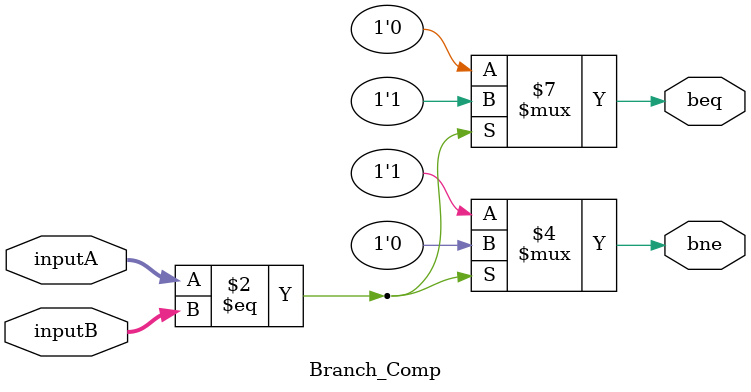
<source format=sv>
module Branch_Comp(
input logic [31:0] inputA,inputB,
output logic beq,bne);

always_comb
begin 
if(inputA == inputB) begin 
beq = 1'b1; bne = 1'b0;
end 

else begin 
beq = 1'b0; bne = 1'b1;
end 
end 
endmodule

</source>
